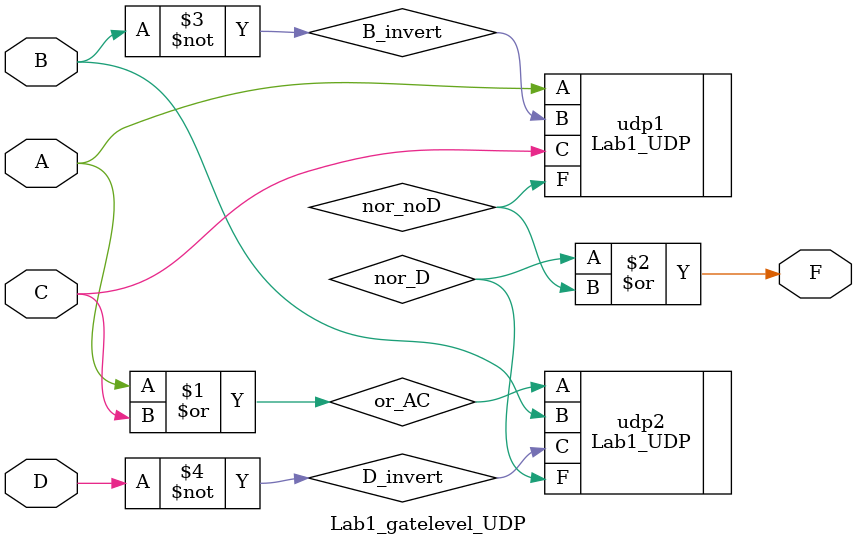
<source format=v>
module	Lab1_gatelevel_UDP(F, A, B, C, D);
	output	F;
	input	A, B, C, D;
	wire	B_invert,D_invert,nor_noD,nor_D,or_AC;
	
	not	not1(B_invert, B);
	Lab1_UDP udp1(.F(nor_noD), .A(A), .B(B_invert), .C(C));

	not	not2(D_invert, D);
	or	or1(or_AC, A, C);
    Lab1_UDP udp2(.F(nor_D), .A(or_AC), .B(B), .C(D_invert));
	or	or2(F, nor_D, nor_noD);
endmodule
</source>
